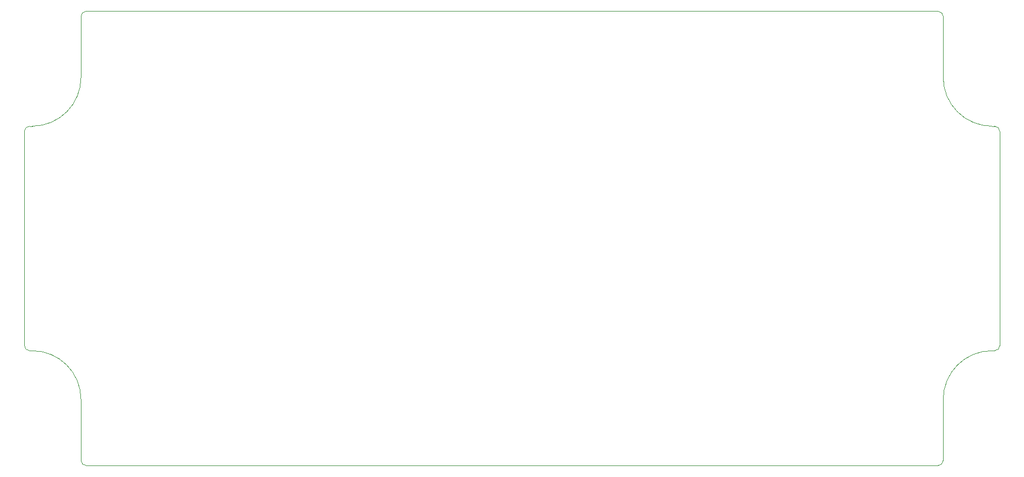
<source format=gbr>
G04 #@! TF.GenerationSoftware,KiCad,Pcbnew,(5.1.2)-1*
G04 #@! TF.CreationDate,2019-09-05T21:25:16-07:00*
G04 #@! TF.ProjectId,design,64657369-676e-42e6-9b69-6361645f7063,rev?*
G04 #@! TF.SameCoordinates,Original*
G04 #@! TF.FileFunction,Profile,NP*
%FSLAX46Y46*%
G04 Gerber Fmt 4.6, Leading zero omitted, Abs format (unit mm)*
G04 Created by KiCad (PCBNEW (5.1.2)-1) date 2019-09-05 21:25:16*
%MOMM*%
%LPD*%
G04 APERTURE LIST*
%ADD10C,0.010000*%
G04 APERTURE END LIST*
D10*
X84500000Y-75000000D02*
X215500000Y-75000000D01*
X84500000Y-145000000D02*
X215500000Y-145000000D01*
X75000000Y-93500000D02*
X75000000Y-126500000D01*
X225000000Y-93500000D02*
X225000000Y-126500000D01*
X75800000Y-127300000D02*
G75*
G02X75000000Y-126500000I0J800000D01*
G01*
X76200000Y-127300000D02*
G75*
G02X83700000Y-134800000I0J-7500000D01*
G01*
X84500000Y-145000000D02*
G75*
G02X83700000Y-144200000I0J800000D01*
G01*
X75800000Y-127300000D02*
X76200000Y-127300000D01*
X83700000Y-134800000D02*
X83700000Y-144200000D01*
X224200000Y-92700000D02*
X223800000Y-92700000D01*
X216300000Y-85200000D02*
X216300000Y-75800000D01*
X215500000Y-75000000D02*
G75*
G02X216300000Y-75800000I0J-800000D01*
G01*
X224200000Y-92700000D02*
G75*
G02X225000000Y-93500000I0J-800000D01*
G01*
X223800000Y-92700000D02*
G75*
G02X216300000Y-85200000I0J7500000D01*
G01*
X224200000Y-127300000D02*
X223800000Y-127300000D01*
X216300000Y-134800000D02*
X216300000Y-144200000D01*
X215500000Y-145000000D02*
G75*
G03X216300000Y-144200000I0J800000D01*
G01*
X224200000Y-127300000D02*
G75*
G03X225000000Y-126500000I0J800000D01*
G01*
X223800000Y-127300000D02*
G75*
G03X216300000Y-134800000I0J-7500000D01*
G01*
X84500000Y-75000000D02*
G75*
G03X83700000Y-75800000I0J-800000D01*
G01*
X76200000Y-92700000D02*
G75*
G03X83700000Y-85200000I0J7500000D01*
G01*
X75800000Y-92700000D02*
G75*
G03X75000000Y-93500000I0J-800000D01*
G01*
X83700000Y-85200000D02*
X83700000Y-75800000D01*
X75800000Y-92700000D02*
X76200000Y-92700000D01*
M02*

</source>
